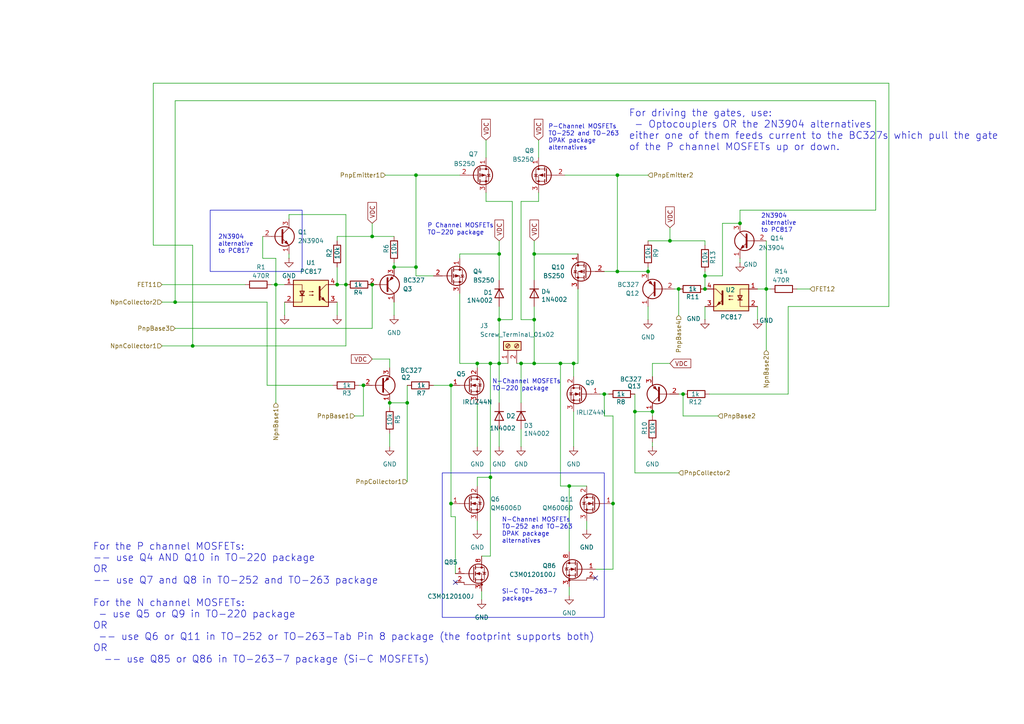
<source format=kicad_sch>
(kicad_sch (version 20250114) (generator "eeschema") (generator_version "9.0")
  (paper "A4")
  (lib_symbols
    (symbol "Connector:Screw_Terminal_01x02" (pin_names (offset 1.016) (hide yes))
      (property "Reference" "J" (at 0 2.54 0))
      (property "Value" "Screw_Terminal_01x02" (at 0 -5.08 0))
      (symbol "Screw_Terminal_01x02_1_1"
        (rectangle (start -1.27 1.27) (end 1.27 -3.81) (stroke (width 0.254)) (fill (type background)))
        (polyline (pts (xy -0.5334 0.3302) (xy 0.3302 -0.508)) (stroke (width 0.1524)))
        (polyline (pts (xy -0.5334 -2.2098) (xy 0.3302 -3.048)) (stroke (width 0.1524)))
        (polyline (pts (xy -0.3556 0.508) (xy 0.508 -0.3302)) (stroke (width 0.1524)))
        (polyline (pts (xy -0.3556 -2.032) (xy 0.508 -2.8702)) (stroke (width 0.1524)))
        (circle (center 0 0) (radius 0.635) (stroke (width 0.1524)))
        (circle (center 0 -2.54) (radius 0.635) (stroke (width 0.1524)))
        (pin passive line (at -5.08 0 0) (length 3.81) (name "Pin_1") (number "1"))
        (pin passive line (at -5.08 -2.54 0) (length 3.81) (name "Pin_2") (number "2"))
      )
    )
    (symbol "Device:R" (pin_numbers (hide yes)) (pin_names (offset 0))
      (property "Reference" "R" (at 2.032 0 90))
      (property "Value" "R" (at 0 0 90))
      (symbol "R_0_1"
        (rectangle (start -1.016 -2.54) (end 1.016 2.54) (stroke (width 0.254)))
      )
      (symbol "R_1_1"
        (pin passive line (at 0 3.81 270) (length 1.27) (name "~") (number "1"))
        (pin passive line (at 0 -3.81 90) (length 1.27) (name "~") (number "2"))
      )
    )
    (symbol "Diode:1N4002" (pin_numbers (hide yes)) (pin_names (hide yes))
      (property "Reference" "D" (at 0 2.54 0))
      (property "Value" "1N4002" (at 0 -2.54 0))
      (symbol "1N4002_0_1"
        (polyline (pts (xy -1.27 1.27) (xy -1.27 -1.27)) (stroke (width 0.254)))
        (polyline (pts (xy 1.27 1.27) (xy 1.27 -1.27) (xy -1.27 0) (xy 1.27 1.27)) (stroke (width 0.254)))
        (polyline (pts (xy 1.27 0) (xy -1.27 0)))
      )
      (symbol "1N4002_1_1"
        (pin passive line (at -3.81 0 0) (length 2.54) (name "K") (number "1"))
        (pin passive line (at 3.81 0 180) (length 2.54) (name "A") (number "2"))
      )
    )
    (symbol "Isolator:PC817" (pin_names (offset 1.016))
      (property "Reference" "U" (at -5.08 5.08 0))
      (property "Value" "PC817" (at 0 5.08 0))
      (symbol "PC817_0_1"
        (rectangle (start -5.08 3.81) (end 5.08 -3.81) (stroke (width 0.254)) (fill (type background)))
        (polyline (pts (xy -5.08 2.54) (xy -2.54 2.54) (xy -2.54 -0.635)))
        (polyline (pts (xy -3.175 -0.635) (xy -1.905 -0.635)) (stroke (width 0.254)))
        (polyline (pts (xy -2.54 -0.635) (xy -2.54 -2.54) (xy -5.08 -2.54)))
        (polyline (pts (xy -2.54 -0.635) (xy -3.175 0.635) (xy -1.905 0.635) (xy -2.54 -0.635)) (stroke (width 0.254)))
        (polyline (pts (xy -0.508 0.508) (xy 0.762 0.508) (xy 0.381 0.381) (xy 0.381 0.635) (xy 0.762 0.508)))
        (polyline (pts (xy -0.508 -0.508) (xy 0.762 -0.508) (xy 0.381 -0.635) (xy 0.381 -0.381) (xy 0.762 -0.508)))
        (polyline (pts (xy 2.54 1.905) (xy 2.54 -1.905) (xy 2.54 -1.905)) (stroke (width 0.508)))
        (polyline (pts (xy 2.54 0.635) (xy 4.445 2.54)))
        (polyline (pts (xy 3.048 -1.651) (xy 3.556 -1.143) (xy 4.064 -2.159) (xy 3.048 -1.651) (xy 3.048 -1.651)) (fill (type outline)))
        (polyline (pts (xy 4.445 2.54) (xy 5.08 2.54)))
        (polyline (pts (xy 4.445 -2.54) (xy 2.54 -0.635)) (fill (type outline)))
        (polyline (pts (xy 4.445 -2.54) (xy 5.08 -2.54)))
      )
      (symbol "PC817_1_1"
        (pin passive line (at -7.62 2.54 0) (length 2.54) (name "~") (number "1"))
        (pin passive line (at -7.62 -2.54 0) (length 2.54) (name "~") (number "2"))
        (pin passive line (at 7.62 2.54 180) (length 2.54) (name "~") (number "4"))
        (pin passive line (at 7.62 -2.54 180) (length 2.54) (name "~") (number "3"))
      )
    )
    (symbol "Transistor_BJT:2N3904" (pin_names (offset 0) (hide yes))
      (property "Reference" "Q" (at 5.08 1.905 0))
      (property "Value" "2N3904" (at 5.08 0 0))
      (symbol "2N3904_0_1"
        (polyline (pts (xy -2.54 0) (xy 0.635 0)))
        (polyline (pts (xy 0.635 1.905) (xy 0.635 -1.905)) (stroke (width 0.508)))
        (circle (center 1.27 0) (radius 2.8194) (stroke (width 0.254)))
      )
      (symbol "2N3904_1_1"
        (polyline (pts (xy 0.635 0.635) (xy 2.54 2.54)))
        (polyline (pts (xy 0.635 -0.635) (xy 2.54 -2.54)))
        (polyline (pts (xy 1.27 -1.778) (xy 1.778 -1.27) (xy 2.286 -2.286) (xy 1.27 -1.778)) (fill (type outline)))
        (pin input line (at -5.08 0 0) (length 2.54) (name "B") (number "2"))
        (pin passive line (at 2.54 5.08 270) (length 2.54) (name "C") (number "3"))
        (pin passive line (at 2.54 -5.08 90) (length 2.54) (name "E") (number "1"))
      )
    )
    (symbol "Transistor_BJT:BC327" (pin_names (offset 0) (hide yes))
      (property "Reference" "Q" (at 5.08 1.905 0))
      (property "Value" "BC327" (at 5.08 0 0))
      (symbol "BC327_0_1"
        (polyline (pts (xy -2.54 0) (xy 0.635 0)))
        (polyline (pts (xy 0.635 1.905) (xy 0.635 -1.905)) (stroke (width 0.508)))
        (polyline (pts (xy 0.635 0.635) (xy 2.54 2.54)))
        (polyline (pts (xy 0.635 -0.635) (xy 2.54 -2.54)))
        (circle (center 1.27 0) (radius 2.8194) (stroke (width 0.254)))
        (polyline (pts (xy 2.286 -1.778) (xy 1.778 -2.286) (xy 1.27 -1.27) (xy 2.286 -1.778)) (fill (type outline)))
      )
      (symbol "BC327_1_1"
        (pin input line (at -5.08 0 0) (length 2.54) (name "B") (number "2"))
        (pin passive line (at 2.54 5.08 270) (length 2.54) (name "C") (number "1"))
        (pin passive line (at 2.54 -5.08 90) (length 2.54) (name "E") (number "3"))
      )
    )
    (symbol "Transistor_FET:BS250" (pin_names (hide yes))
      (property "Reference" "Q" (at 5.08 1.905 0))
      (property "Value" "BS250" (at 5.08 0 0))
      (symbol "BS250_0_1"
        (polyline (pts (xy 0.254 1.905) (xy 0.254 -1.905)) (stroke (width 0.254)))
        (polyline (pts (xy 0.254 0) (xy -2.54 0)))
        (polyline (pts (xy 0.762 2.286) (xy 0.762 1.27)) (stroke (width 0.254)))
        (polyline (pts (xy 0.762 1.778) (xy 3.302 1.778) (xy 3.302 -1.778) (xy 0.762 -1.778)))
        (polyline (pts (xy 0.762 0.508) (xy 0.762 -0.508)) (stroke (width 0.254)))
        (polyline (pts (xy 0.762 -1.27) (xy 0.762 -2.286)) (stroke (width 0.254)))
        (circle (center 1.651 0) (radius 2.794) (stroke (width 0.254)))
        (polyline (pts (xy 2.286 0) (xy 1.27 0.381) (xy 1.27 -0.381) (xy 2.286 0)) (fill (type outline)))
        (polyline (pts (xy 2.54 2.54) (xy 2.54 1.778)))
        (circle (center 2.54 1.778) (radius 0.254) (fill (type outline)))
        (circle (center 2.54 -1.778) (radius 0.254) (fill (type outline)))
        (polyline (pts (xy 2.54 -2.54) (xy 2.54 0) (xy 0.762 0)))
        (polyline (pts (xy 2.794 -0.508) (xy 2.921 -0.381) (xy 3.683 -0.381) (xy 3.81 -0.254)))
        (polyline (pts (xy 3.302 -0.381) (xy 2.921 0.254) (xy 3.683 0.254) (xy 3.302 -0.381)))
      )
      (symbol "BS250_1_1"
        (pin input line (at -5.08 0 0) (length 2.54) (name "G") (number "2"))
        (pin passive line (at 2.54 5.08 270) (length 2.54) (name "D") (number "1"))
        (pin passive line (at 2.54 -5.08 90) (length 2.54) (name "S") (number "3"))
      )
    )
    (symbol "Transistor_FET:C3M0120100J" (pin_names (hide yes))
      (property "Reference" "Q" (at 5.08 1.905 0))
      (property "Value" "C3M0120100J" (at 5.08 0 0))
      (symbol "C3M0120100J_0_1"
        (polyline (pts (xy -2.54 -2.54) (xy -2.54 -3.175) (xy 2.54 -3.175)))
        (polyline (pts (xy 0.254 1.905) (xy 0.254 -1.905)) (stroke (width 0.254)))
        (polyline (pts (xy 0.254 0) (xy -2.54 0)))
        (polyline (pts (xy 0.762 2.286) (xy 0.762 1.27)) (stroke (width 0.254)))
        (polyline (pts (xy 0.762 0.508) (xy 0.762 -0.508)) (stroke (width 0.254)))
        (polyline (pts (xy 0.762 -1.27) (xy 0.762 -2.286)) (stroke (width 0.254)))
        (polyline (pts (xy 0.762 -1.778) (xy 3.302 -1.778) (xy 3.302 1.778) (xy 0.762 1.778)))
        (polyline (pts (xy 1.016 0) (xy 2.032 0.381) (xy 2.032 -0.381) (xy 1.016 0)) (fill (type outline)))
        (circle (center 1.651 0) (radius 2.794) (stroke (width 0.254)))
        (polyline (pts (xy 2.54 2.54) (xy 2.54 1.778)))
        (circle (center 2.54 1.778) (radius 0.254) (fill (type outline)))
        (circle (center 2.54 -1.778) (radius 0.254) (fill (type outline)))
        (polyline (pts (xy 2.54 -2.54) (xy 2.54 0) (xy 0.762 0)))
        (circle (center 2.54 -3.175) (radius 0.2794) (fill (type outline)))
        (polyline (pts (xy 2.794 0.508) (xy 2.921 0.381) (xy 3.683 0.381) (xy 3.81 0.254)))
        (polyline (pts (xy 3.302 0.381) (xy 2.921 -0.254) (xy 3.683 -0.254) (xy 3.302 0.381)))
      )
      (symbol "C3M0120100J_1_1"
        (pin input line (at -5.08 0 0) (length 2.54) (name "G") (number "1"))
        (pin passive line (at -5.08 -2.54 0) (length 2.54) (name "DS") (number "2"))
        (pin passive line (at 2.54 5.08 270) (length 2.54) (name "D") (number "8"))
        (pin passive line (at 2.54 -5.08 90) (length 2.54) (name "S") (number "3"))
        (pin passive line (at 2.54 -5.08 90) (length 2.54) (hide yes) (name "S") (number "4"))
        (pin passive line (at 2.54 -5.08 90) (length 2.54) (hide yes) (name "S") (number "5"))
        (pin passive line (at 2.54 -5.08 90) (length 2.54) (hide yes) (name "S") (number "6"))
        (pin passive line (at 2.54 -5.08 90) (length 2.54) (hide yes) (name "S") (number "7"))
      )
    )
    (symbol "Transistor_FET:IRLIZ44N" (pin_names (hide yes))
      (property "Reference" "Q" (at 5.08 1.905 0))
      (property "Value" "IRLIZ44N" (at 5.08 0 0))
      (symbol "IRLIZ44N_0_1"
        (polyline (pts (xy 0.254 1.905) (xy 0.254 -1.905)) (stroke (width 0.254)))
        (polyline (pts (xy 0.254 0) (xy -2.54 0)))
        (polyline (pts (xy 0.762 2.286) (xy 0.762 1.27)) (stroke (width 0.254)))
        (polyline (pts (xy 0.762 0.508) (xy 0.762 -0.508)) (stroke (width 0.254)))
        (polyline (pts (xy 0.762 -1.27) (xy 0.762 -2.286)) (stroke (width 0.254)))
        (polyline (pts (xy 0.762 -1.778) (xy 3.302 -1.778) (xy 3.302 1.778) (xy 0.762 1.778)))
        (polyline (pts (xy 1.016 0) (xy 2.032 0.381) (xy 2.032 -0.381) (xy 1.016 0)) (fill (type outline)))
        (circle (center 1.651 0) (radius 2.794) (stroke (width 0.254)))
        (polyline (pts (xy 2.54 2.54) (xy 2.54 1.778)))
        (circle (center 2.54 1.778) (radius 0.254) (fill (type outline)))
        (circle (center 2.54 -1.778) (radius 0.254) (fill (type outline)))
        (polyline (pts (xy 2.54 -2.54) (xy 2.54 0) (xy 0.762 0)))
        (polyline (pts (xy 2.794 0.508) (xy 2.921 0.381) (xy 3.683 0.381) (xy 3.81 0.254)))
        (polyline (pts (xy 3.302 0.381) (xy 2.921 -0.254) (xy 3.683 -0.254) (xy 3.302 0.381)))
      )
      (symbol "IRLIZ44N_1_1"
        (pin input line (at -5.08 0 0) (length 2.54) (name "G") (number "1"))
        (pin passive line (at 2.54 5.08 270) (length 2.54) (name "D") (number "2"))
        (pin passive line (at 2.54 -5.08 90) (length 2.54) (name "S") (number "3"))
      )
    )
    (symbol "Transistor_FET:QM6006D" (pin_names (hide yes))
      (property "Reference" "Q" (at 5.08 1.905 0))
      (property "Value" "QM6006D" (at 5.08 0 0))
      (symbol "QM6006D_0_1"
        (polyline (pts (xy 0.254 1.905) (xy 0.254 -1.905)) (stroke (width 0.254)))
        (polyline (pts (xy 0.254 0) (xy -2.54 0)))
        (polyline (pts (xy 0.762 2.286) (xy 0.762 1.27)) (stroke (width 0.254)))
        (polyline (pts (xy 0.762 0.508) (xy 0.762 -0.508)) (stroke (width 0.254)))
        (polyline (pts (xy 0.762 -1.27) (xy 0.762 -2.286)) (stroke (width 0.254)))
        (polyline (pts (xy 0.762 -1.778) (xy 3.302 -1.778) (xy 3.302 1.778) (xy 0.762 1.778)))
        (polyline (pts (xy 1.016 0) (xy 2.032 0.381) (xy 2.032 -0.381) (xy 1.016 0)) (fill (type outline)))
        (circle (center 1.651 0) (radius 2.794) (stroke (width 0.254)))
        (polyline (pts (xy 2.54 2.54) (xy 2.54 1.778)))
        (circle (center 2.54 1.778) (radius 0.254) (fill (type outline)))
        (circle (center 2.54 -1.778) (radius 0.254) (fill (type outline)))
        (polyline (pts (xy 2.54 -2.54) (xy 2.54 0) (xy 0.762 0)))
        (polyline (pts (xy 2.794 0.508) (xy 2.921 0.381) (xy 3.683 0.381) (xy 3.81 0.254)))
        (polyline (pts (xy 3.302 0.381) (xy 2.921 -0.254) (xy 3.683 -0.254) (xy 3.302 0.381)))
      )
      (symbol "QM6006D_1_1"
        (pin input line (at -5.08 0 0) (length 2.54) (name "G") (number "1"))
        (pin passive line (at 2.54 5.08 270) (length 2.54) (name "D") (number "2"))
        (pin passive line (at 2.54 -5.08 90) (length 2.54) (name "S") (number "3"))
      )
    )
    (symbol "power:GND" (power) (pin_numbers (hide yes)) (pin_names (offset 0) (hide yes))
      (property "Value" "GND" (at 0 -3.81 0))
      (symbol "GND_0_1"
        (polyline (pts (xy 0 0) (xy 0 -1.27) (xy 1.27 -1.27) (xy 0 -2.54) (xy -1.27 -1.27) (xy 0 -1.27)))
      )
      (symbol "GND_1_1"
        (pin power_in line (at 0 0 270) (length 0) (name "~") (number "1"))
      )
    )
  )
  (rectangle (start 60.96 60.96) (end 87.63 78.74))
  (rectangle (start 128.27 137.16) (end 175.26 179.07))
  (text "For driving the gates, use: \n - Optocouplers OR the 2N3904 alternatives\neither one of them feeds current to the BC327s which pull the gate\nof the P channel MOSFETs up or down." (at 182.372 37.846 0) (effects (font (size 2.032 2.032)) (justify left)))
  (text "P Channel MOSFETs\nTO-220 package" (at 123.952 66.548 0) (effects (font (size 1.27 1.27)) (justify left)))
  (text "2N3904 \nalternative\nto PC817" (at 63.246 70.866 0) (effects (font (size 1.27 1.27)) (justify left)))
  (text "P-Channel MOSFETs\nTO-252 and TO-263\nDPAK package \nalternatives" (at 159.004 39.878 0) (effects (font (size 1.27 1.27)) (justify left)))
  (text "2N3904 \nalternative\nto PC817" (at 220.726 64.77 0) (effects (font (size 1.27 1.27)) (justify left)))
  (text "N-Channel MOSFETs\nTO-252 and TO-263\nDPAK package \nalternatives" (at 145.542 153.924 0) (effects (font (size 1.27 1.27)) (justify left)))
  (text "N-Channel MOSFETs\nTO-220 package" (at 142.748 111.76 0) (effects (font (size 1.27 1.27)) (justify left)))
  (text "Si-C TO-263-7\npackages" (at 145.542 172.72 0) (effects (font (size 1.27 1.27)) (justify left)))
  (text "For the P channel MOSFETs:\n-- use Q4 AND Q10 in TO-220 package\nOR\n-- use Q7 and Q8 in TO-252 and TO-263 package\n\nFor the N channel MOSFETs:\n - use Q5 or Q9 in TO-220 package\nOR\n -- use Q6 or Q11 in TO-252 or TO-263-Tab Pin 8 package (the footprint supports both)\nOR\n  -- use Q85 or Q86 in TO-263-7 package (Si-C MOSFETs)\n" (at 26.924 175.006 0) (effects (font (size 2.032 2.032)) (justify left)))
  (junction (at 187.96 78.74))
  (junction (at 105.41 111.76))
  (junction (at 184.15 119.38))
  (junction (at 130.81 111.76))
  (junction (at 144.78 105.41))
  (junction (at 113.03 116.84))
  (junction (at 142.24 138.43))
  (junction (at 222.25 83.82))
  (junction (at 204.47 80.01))
  (junction (at 154.94 105.41))
  (junction (at 214.63 64.77))
  (junction (at 138.43 105.41))
  (junction (at 80.01 82.55))
  (junction (at 151.13 105.41))
  (junction (at 204.47 83.82))
  (junction (at 162.56 105.41))
  (junction (at 97.79 82.55))
  (junction (at 165.1 140.97))
  (junction (at 118.11 116.84))
  (junction (at 144.78 73.66))
  (junction (at 144.78 92.71))
  (junction (at 50.8 87.63))
  (junction (at 189.23 119.38))
  (junction (at 166.37 105.41))
  (junction (at 179.07 78.74))
  (junction (at 130.81 146.05))
  (junction (at 107.95 68.58))
  (junction (at 194.31 69.85))
  (junction (at 55.88 100.33))
  (junction (at 100.33 82.55))
  (junction (at 120.65 77.47))
  (junction (at 196.85 83.82))
  (junction (at 175.26 114.3))
  (junction (at 142.24 105.41))
  (junction (at 177.8 146.05))
  (junction (at 154.94 73.66))
  (junction (at 120.65 50.8))
  (junction (at 107.95 82.55))
  (junction (at 179.07 50.8))
  (junction (at 114.3 77.47))
  (junction (at 198.12 114.3))
  (junction (at 154.94 92.71))
  (no_connect (at 132.08 168.91))
  (no_connect (at 172.72 167.64))
  (wire (pts (xy 167.64 83.82) (xy 167.64 105.41)))
  (wire (pts (xy 113.03 104.14) (xy 113.03 106.68)))
  (wire (pts (xy 97.79 69.85) (xy 97.79 68.58)))
  (wire (pts (xy 177.8 146.05) (xy 177.8 120.65)))
  (wire (pts (xy 133.35 105.41) (xy 138.43 105.41)))
  (wire (pts (xy 214.63 60.96) (xy 214.63 64.77)))
  (wire (pts (xy 162.56 140.97) (xy 165.1 140.97)))
  (wire (pts (xy 144.78 105.41) (xy 144.78 116.84)))
  (wire (pts (xy 138.43 151.13) (xy 138.43 153.67)))
  (wire (pts (xy 144.78 92.71) (xy 144.78 105.41)))
  (wire (pts (xy 179.07 78.74) (xy 187.96 78.74)))
  (wire (pts (xy 257.81 24.13) (xy 44.45 24.13)))
  (wire (pts (xy 97.79 77.47) (xy 97.79 82.55)))
  (wire (pts (xy 46.99 82.55) (xy 71.12 82.55)))
  (wire (pts (xy 114.3 76.2) (xy 114.3 77.47)))
  (wire (pts (xy 120.65 77.47) (xy 114.3 77.47)))
  (wire (pts (xy 44.45 24.13) (xy 44.45 71.12)))
  (wire (pts (xy 254 60.96) (xy 254 29.21)))
  (wire (pts (xy 113.03 116.84) (xy 113.03 118.11)))
  (wire (pts (xy 187.96 77.47) (xy 187.96 78.74)))
  (wire (pts (xy 154.94 69.85) (xy 154.94 73.66)))
  (wire (pts (xy 166.37 109.22) (xy 166.37 105.41)))
  (wire (pts (xy 107.95 95.25) (xy 107.95 82.55)))
  (wire (pts (xy 138.43 105.41) (xy 138.43 106.68)))
  (wire (pts (xy 144.78 73.66) (xy 144.78 81.28)))
  (wire (pts (xy 175.26 120.65) (xy 175.26 114.3)))
  (wire (pts (xy 204.47 78.74) (xy 204.47 80.01)))
  (wire (pts (xy 120.65 80.01) (xy 125.73 80.01)))
  (wire (pts (xy 154.94 73.66) (xy 167.64 73.66)))
  (wire (pts (xy 219.71 88.9) (xy 219.71 92.71)))
  (wire (pts (xy 100.33 62.23) (xy 100.33 82.55)))
  (wire (pts (xy 173.99 114.3) (xy 175.26 114.3)))
  (wire (pts (xy 223.52 83.82) (xy 222.25 83.82)))
  (wire (pts (xy 151.13 105.41) (xy 151.13 116.84)))
  (wire (pts (xy 50.8 95.25) (xy 107.95 95.25)))
  (wire (pts (xy 151.13 124.46) (xy 151.13 129.54)))
  (wire (pts (xy 163.83 50.8) (xy 179.07 50.8)))
  (wire (pts (xy 100.33 100.33) (xy 100.33 82.55)))
  (wire (pts (xy 175.26 78.74) (xy 179.07 78.74)))
  (wire (pts (xy 138.43 138.43) (xy 142.24 138.43)))
  (wire (pts (xy 105.41 111.76) (xy 104.14 111.76)))
  (wire (pts (xy 114.3 87.63) (xy 114.3 91.44)))
  (wire (pts (xy 214.63 76.2) (xy 214.63 74.93)))
  (wire (pts (xy 156.21 58.42) (xy 151.13 58.42)))
  (wire (pts (xy 209.55 80.01) (xy 209.55 64.77)))
  (wire (pts (xy 228.6 88.9) (xy 228.6 114.3)))
  (wire (pts (xy 154.94 88.9) (xy 154.94 92.71)))
  (wire (pts (xy 83.82 73.66) (xy 83.82 74.93)))
  (wire (pts (xy 198.12 120.65) (xy 198.12 114.3)))
  (wire (pts (xy 166.37 105.41) (xy 162.56 105.41)))
  (wire (pts (xy 194.31 69.85) (xy 187.96 69.85)))
  (wire (pts (xy 77.47 87.63) (xy 77.47 111.76)))
  (wire (pts (xy 142.24 105.41) (xy 138.43 105.41)))
  (wire (pts (xy 154.94 92.71) (xy 154.94 105.41)))
  (wire (pts (xy 196.85 91.44) (xy 196.85 83.82)))
  (wire (pts (xy 184.15 137.16) (xy 184.15 119.38)))
  (wire (pts (xy 97.79 87.63) (xy 97.79 91.44)))
  (wire (pts (xy 105.41 120.65) (xy 105.41 111.76)))
  (wire (pts (xy 257.81 88.9) (xy 257.81 24.13)))
  (wire (pts (xy 196.85 114.3) (xy 198.12 114.3)))
  (wire (pts (xy 100.33 82.55) (xy 97.79 82.55)))
  (wire (pts (xy 132.08 149.86) (xy 130.81 149.86)))
  (wire (pts (xy 107.95 64.77) (xy 107.95 68.58)))
  (wire (pts (xy 107.95 68.58) (xy 114.3 68.58)))
  (wire (pts (xy 120.65 50.8) (xy 120.65 77.47)))
  (wire (pts (xy 120.65 50.8) (xy 133.35 50.8)))
  (wire (pts (xy 151.13 92.71) (xy 154.94 92.71)))
  (wire (pts (xy 125.73 111.76) (xy 130.81 111.76)))
  (wire (pts (xy 77.47 87.63) (xy 50.8 87.63)))
  (wire (pts (xy 204.47 80.01) (xy 204.47 83.82)))
  (wire (pts (xy 166.37 119.38) (xy 166.37 129.54)))
  (wire (pts (xy 208.28 120.65) (xy 198.12 120.65)))
  (wire (pts (xy 140.97 40.64) (xy 140.97 45.72)))
  (wire (pts (xy 204.47 69.85) (xy 194.31 69.85)))
  (wire (pts (xy 189.23 105.41) (xy 189.23 109.22)))
  (wire (pts (xy 254 29.21) (xy 50.8 29.21)))
  (wire (pts (xy 214.63 60.96) (xy 254 60.96)))
  (wire (pts (xy 151.13 105.41) (xy 154.94 105.41)))
  (wire (pts (xy 144.78 105.41) (xy 142.24 105.41)))
  (wire (pts (xy 151.13 105.41) (xy 149.86 105.41)))
  (wire (pts (xy 177.8 165.1) (xy 177.8 146.05)))
  (wire (pts (xy 204.47 80.01) (xy 209.55 80.01)))
  (wire (pts (xy 44.45 71.12) (xy 55.88 71.12)))
  (wire (pts (xy 184.15 114.3) (xy 184.15 119.38)))
  (wire (pts (xy 184.15 119.38) (xy 189.23 119.38)))
  (wire (pts (xy 148.59 92.71) (xy 144.78 92.71)))
  (wire (pts (xy 120.65 80.01) (xy 120.65 77.47)))
  (wire (pts (xy 144.78 124.46) (xy 144.78 129.54)))
  (wire (pts (xy 138.43 116.84) (xy 138.43 129.54)))
  (wire (pts (xy 156.21 58.42) (xy 156.21 55.88)))
  (wire (pts (xy 154.94 73.66) (xy 154.94 81.28)))
  (wire (pts (xy 77.47 111.76) (xy 96.52 111.76)))
  (wire (pts (xy 228.6 114.3) (xy 205.74 114.3)))
  (wire (pts (xy 55.88 71.12) (xy 55.88 100.33)))
  (wire (pts (xy 107.95 104.14) (xy 113.03 104.14)))
  (wire (pts (xy 118.11 116.84) (xy 118.11 139.7)))
  (wire (pts (xy 222.25 69.85) (xy 222.25 83.82)))
  (wire (pts (xy 80.01 74.93) (xy 80.01 82.55)))
  (wire (pts (xy 162.56 105.41) (xy 154.94 105.41)))
  (wire (pts (xy 142.24 138.43) (xy 142.24 105.41)))
  (wire (pts (xy 107.95 82.55) (xy 106.68 82.55)))
  (wire (pts (xy 165.1 170.18) (xy 165.1 172.72)))
  (wire (pts (xy 78.74 82.55) (xy 80.01 82.55)))
  (wire (pts (xy 156.21 40.64) (xy 156.21 45.72)))
  (wire (pts (xy 55.88 100.33) (xy 100.33 100.33)))
  (wire (pts (xy 231.14 83.82) (xy 234.95 83.82)))
  (wire (pts (xy 147.32 105.41) (xy 144.78 105.41)))
  (wire (pts (xy 133.35 85.09) (xy 133.35 105.41)))
  (wire (pts (xy 189.23 119.38) (xy 189.23 120.65)))
  (wire (pts (xy 162.56 105.41) (xy 162.56 140.97)))
  (wire (pts (xy 83.82 62.23) (xy 83.82 63.5)))
  (wire (pts (xy 97.79 68.58) (xy 107.95 68.58)))
  (wire (pts (xy 189.23 128.27) (xy 189.23 129.54)))
  (wire (pts (xy 111.76 50.8) (xy 120.65 50.8)))
  (wire (pts (xy 179.07 50.8) (xy 187.96 50.8)))
  (wire (pts (xy 196.85 137.16) (xy 184.15 137.16)))
  (wire (pts (xy 165.1 140.97) (xy 170.18 140.97)))
  (wire (pts (xy 102.87 120.65) (xy 105.41 120.65)))
  (wire (pts (xy 80.01 82.55) (xy 82.55 82.55)))
  (wire (pts (xy 130.81 111.76) (xy 130.81 146.05)))
  (wire (pts (xy 132.08 166.37) (xy 132.08 149.86)))
  (wire (pts (xy 144.78 69.85) (xy 144.78 73.66)))
  (wire (pts (xy 50.8 29.21) (xy 50.8 87.63)))
  (wire (pts (xy 204.47 88.9) (xy 204.47 92.71)))
  (wire (pts (xy 187.96 88.9) (xy 187.96 92.71)))
  (wire (pts (xy 170.18 151.13) (xy 170.18 153.67)))
  (wire (pts (xy 222.25 101.6) (xy 222.25 83.82)))
  (wire (pts (xy 142.24 138.43) (xy 142.24 161.29)))
  (wire (pts (xy 76.2 74.93) (xy 80.01 74.93)))
  (wire (pts (xy 175.26 114.3) (xy 176.53 114.3)))
  (wire (pts (xy 76.2 68.58) (xy 76.2 74.93)))
  (wire (pts (xy 209.55 64.77) (xy 214.63 64.77)))
  (wire (pts (xy 46.99 100.33) (xy 55.88 100.33)))
  (wire (pts (xy 172.72 165.1) (xy 177.8 165.1)))
  (wire (pts (xy 196.85 83.82) (xy 195.58 83.82)))
  (wire (pts (xy 179.07 50.8) (xy 179.07 78.74)))
  (wire (pts (xy 140.97 55.88) (xy 140.97 58.42)))
  (wire (pts (xy 144.78 88.9) (xy 144.78 92.71)))
  (wire (pts (xy 82.55 87.63) (xy 82.55 91.44)))
  (wire (pts (xy 118.11 111.76) (xy 118.11 116.84)))
  (wire (pts (xy 139.7 171.45) (xy 139.7 173.99)))
  (wire (pts (xy 204.47 71.12) (xy 204.47 69.85)))
  (wire (pts (xy 140.97 58.42) (xy 148.59 58.42)))
  (wire (pts (xy 133.35 73.66) (xy 133.35 74.93)))
  (wire (pts (xy 177.8 120.65) (xy 175.26 120.65)))
  (wire (pts (xy 113.03 116.84) (xy 118.11 116.84)))
  (wire (pts (xy 194.31 66.04) (xy 194.31 69.85)))
  (wire (pts (xy 113.03 125.73) (xy 113.03 129.54)))
  (wire (pts (xy 228.6 88.9) (xy 257.81 88.9)))
  (wire (pts (xy 167.64 105.41) (xy 166.37 105.41)))
  (wire (pts (xy 151.13 58.42) (xy 151.13 92.71)))
  (wire (pts (xy 130.81 149.86) (xy 130.81 146.05)))
  (wire (pts (xy 50.8 87.63) (xy 46.99 87.63)))
  (wire (pts (xy 148.59 58.42) (xy 148.59 92.71)))
  (wire (pts (xy 138.43 140.97) (xy 138.43 138.43)))
  (wire (pts (xy 165.1 160.02) (xy 165.1 140.97)))
  (wire (pts (xy 194.31 105.41) (xy 189.23 105.41)))
  (wire (pts (xy 139.7 161.29) (xy 142.24 161.29)))
  (wire (pts (xy 83.82 62.23) (xy 100.33 62.23)))
  (wire (pts (xy 80.01 82.55) (xy 80.01 116.84)))
  (wire (pts (xy 133.35 73.66) (xy 144.78 73.66)))
  (wire (pts (xy 219.71 83.82) (xy 222.25 83.82)))
  (global_label "VDC" (shape input) (at 194.31 105.41 0) (property "Intersheetrefs" "${INTERSHEET_REFS}" (effects (hide yes))))
  (global_label "VDC" (shape input) (at 154.94 69.85 90) (property "Intersheetrefs" "${INTERSHEET_REFS}" (effects (hide yes))))
  (global_label "VDC" (shape input) (at 156.21 40.64 90) (property "Intersheetrefs" "${INTERSHEET_REFS}" (effects (hide yes))))
  (global_label "VDC" (shape input) (at 144.78 69.85 90) (property "Intersheetrefs" "${INTERSHEET_REFS}" (effects (hide yes))))
  (global_label "VDC" (shape input) (at 194.31 66.04 90) (property "Intersheetrefs" "${INTERSHEET_REFS}" (effects (hide yes))))
  (global_label "VDC" (shape input) (at 107.95 64.77 90) (property "Intersheetrefs" "${INTERSHEET_REFS}" (effects (hide yes))))
  (global_label "VDC" (shape input) (at 140.97 40.64 90) (property "Intersheetrefs" "${INTERSHEET_REFS}" (effects (hide yes))))
  (global_label "VDC" (shape input) (at 107.95 104.14 180) (property "Intersheetrefs" "${INTERSHEET_REFS}" (effects (hide yes))))
  (hierarchical_label "FET12" (shape input) (at 234.95 83.82 0))
  (hierarchical_label "NpnBase2" (shape input) (at 222.25 101.6 270))
  (hierarchical_label "PnpEmitter1" (shape input) (at 111.76 50.8 180))
  (hierarchical_label "PnpCollector2" (shape input) (at 196.85 137.16 0))
  (hierarchical_label "FET11" (shape input) (at 46.99 82.55 180) (property "Netclass" "Default" (effects (hide yes))))
  (hierarchical_label "PnpBase3" (shape input) (at 50.8 95.25 180))
  (hierarchical_label "PnpEmitter2" (shape input) (at 187.96 50.8 0))
  (hierarchical_label "PnpBase1" (shape input) (at 102.87 120.65 180))
  (hierarchical_label "NpnCollector2" (shape input) (at 46.99 87.63 180))
  (hierarchical_label "PnpCollector1" (shape input) (at 118.11 139.7 180))
  (hierarchical_label "PnpBase2" (shape input) (at 208.28 120.65 0))
  (hierarchical_label "NpnBase1" (shape input) (at 80.01 116.84 270))
  (hierarchical_label "NpnCollector1" (shape input) (at 46.99 100.33 180))
  (hierarchical_label "PnpBase4" (shape input) (at 196.85 91.44 270))
  (symbol (lib_id "power:GND") (at 214.63 76.2 0) (unit 1)
    (property "Reference" "#PWR018" (effects (hide yes)))
    (property "Value" "GND" (at 217.678 76.708 0))
    (property "Description" "Power symbol creates a global label with name \"GND\" , ground" (effects (hide yes)))
  )
  (symbol (lib_id "Device:R") (at 100.33 111.76 90) (mirror x) (unit 1)
    (property "Reference" "R3" (at 100.584 114.046 90))
    (property "Value" "1k" (at 100.584 111.76 90))
    (property "Footprint" "Footprints:R_Axial_Clean" (effects (hide yes)))
    (property "Description" "Resistor" (effects (hide yes)))
  )
  (symbol (lib_id "Transistor_FET:QM6006D") (at 135.89 146.05 0) (unit 1)
    (property "Reference" "Q6" (at 142.24 144.7799 0) (effects (justify left)))
    (property "Value" "QM6006D" (at 142.24 147.3199 0) (effects (justify left)))
    (property "Footprint" "Footprints:TO-263-2_Extended" (effects (hide yes)))
    (property "Datasheet" "http://www.jaolen.com/images/pdf/QM6006D.pdf" (effects (hide yes)))
    (property "Description" "35A Id, 60V Vds, N-Channel Power MOSFET, 18mOhm Ron, 19.3nC Qg (typ), TO252" (effects (hide yes)))
  )
  (symbol (lib_id "power:GND") (at 151.13 129.54 0) (unit 1)
    (property "Reference" "#PWR012" (effects (hide yes)))
    (property "Value" "GND" (at 151.13 134.62 0))
    (property "Description" "Power symbol creates a global label with name \"GND\" , ground" (effects (hide yes)))
  )
  (symbol (lib_id "Device:R") (at 200.66 83.82 90) (mirror x) (unit 1)
    (property "Reference" "R11" (at 200.914 86.106 90))
    (property "Value" "1k" (at 200.914 83.82 90))
    (property "Footprint" "Footprints:R_Axial_Clean" (effects (hide yes)))
    (property "Description" "Resistor" (effects (hide yes)))
  )
  (symbol (lib_id "Transistor_BJT:BC327") (at 191.77 114.3 180) (unit 1)
    (property "Reference" "Q13" (at 185.928 112.014 0) (effects (justify left)))
    (property "Value" "BC327" (at 186.182 109.982 0) (effects (justify left)))
    (property "Footprint" "Footprints:TO-92_Expanded" (effects (hide yes)))
    (property "Datasheet" "http://www.onsemi.com/pub_link/Collateral/BC327-D.PDF" (effects (hide yes)))
    (property "Description" "0.8A Ic, 45V Vce, PNP Transistor, TO-92" (effects (hide yes)))
  )
  (symbol (lib_id "power:GND") (at 97.79 91.44 0) (unit 1)
    (property "Reference" "#PWR06" (effects (hide yes)))
    (property "Value" "GND" (effects (hide yes)))
    (property "Description" "Power symbol creates a global label with name \"GND\" , ground" (effects (hide yes)))
  )
  (symbol (lib_id "Transistor_BJT:BC327") (at 111.76 82.55 0) (mirror x) (unit 1)
    (property "Reference" "Q3" (at 116.84 83.8201 0) (effects (justify left)))
    (property "Value" "BC327" (at 116.84 81.2801 0) (effects (justify left)))
    (property "Footprint" "Footprints:TO-92_Expanded" (effects (hide yes)))
    (property "Datasheet" "http://www.onsemi.com/pub_link/Collateral/BC327-D.PDF" (effects (hide yes)))
    (property "Description" "0.8A Ic, 45V Vce, PNP Transistor, TO-92" (effects (hide yes)))
  )
  (symbol (lib_id "Transistor_BJT:2N3904") (at 217.17 69.85 0) (mirror y) (unit 1)
    (property "Reference" "Q14" (at 227.33 69.088 0) (effects (justify left)))
    (property "Value" "2N3904" (at 227.584 71.882 0) (effects (justify left)))
    (property "Footprint" "Footprints:TO-92_Expanded" (effects (hide yes)))
    (property "Datasheet" "https://www.onsemi.com/pub/Collateral/2N3903-D.PDF" (effects (hide yes)))
    (property "Description" "0.2A Ic, 40V Vce, Small Signal NPN Transistor, TO-92" (effects (hide yes)))
  )
  (symbol (lib_id "Isolator:PC817") (at 212.09 86.36 0) (mirror y) (unit 1)
    (property "Reference" "U2" (at 211.836 84.074 0))
    (property "Value" "PC817" (at 212.09 91.948 0))
    (property "Footprint" "Footprints:DIP-4_W7.62mm" (effects (hide yes)))
    (property "Datasheet" "http://www.soselectronic.cz/a_info/resource/d/pc817.pdf" (effects (hide yes)))
    (property "Description" "DC Optocoupler, Vce 35V, CTR 50-300%, DIP-4" (effects (hide yes)))
  )
  (symbol (lib_id "Transistor_BJT:BC327") (at 110.49 111.76 0) (mirror x) (unit 1)
    (property "Reference" "Q2" (at 116.332 109.474 0) (effects (justify left)))
    (property "Value" "BC327" (at 116.078 107.442 0) (effects (justify left)))
    (property "Footprint" "Footprints:TO-92_Expanded" (effects (hide yes)))
    (property "Datasheet" "http://www.onsemi.com/pub_link/Collateral/BC327-D.PDF" (effects (hide yes)))
    (property "Description" "0.8A Ic, 45V Vce, PNP Transistor, TO-92" (effects (hide yes)))
  )
  (symbol (lib_id "Device:R") (at 187.96 73.66 0) (mirror x) (unit 1)
    (property "Reference" "R9" (at 190.246 73.406 90))
    (property "Value" "10k" (at 187.96 73.406 90))
    (property "Footprint" "Footprints:R_Axial_Clean" (effects (hide yes)))
    (property "Description" "Resistor" (effects (hide yes)))
  )
  (symbol (lib_id "Connector:Screw_Terminal_01x02") (at 147.32 100.33 90) (unit 1)
    (property "Reference" "J3" (at 139.192 94.488 90) (effects (justify right)))
    (property "Value" "Screw_Terminal_01x02" (at 139.192 97.028 90) (effects (justify right)))
    (property "Footprint" "Footprints:TerminalBlock_CLEAN_2PIN" (effects (hide yes)))
    (property "Description" "Generic screw terminal, single row, 01x02, script generated (kicad-library-utils/schlib/autogen/connector/)" (effects (hide yes)))
  )
  (symbol (lib_id "power:GND") (at 113.03 129.54 0) (mirror y) (unit 1)
    (property "Reference" "#PWR07" (effects (hide yes)))
    (property "Value" "GND" (at 113.03 134.62 0))
    (property "Description" "Power symbol creates a global label with name \"GND\" , ground" (effects (hide yes)))
  )
  (symbol (lib_id "Transistor_FET:BS250") (at 138.43 50.8 0) (unit 1)
    (property "Reference" "Q7" (at 135.89 44.704 0) (effects (justify left)))
    (property "Value" "BS250" (at 131.572 47.498 0) (effects (justify left)))
    (property "Footprint" "Footprints:TO-263-2_Extended" (effects (hide yes)))
    (property "Datasheet" "http://www.vishay.com/docs/70209/70209.pdf" (effects (hide yes)))
    (property "Description" "-0.18A Id, -45V Vds, P-Channel MOSFET, TO-92" (effects (hide yes)))
  )
  (symbol (lib_id "Diode:1N4002") (at 151.13 120.65 270) (unit 1)
    (property "Reference" "D3" (at 151.892 123.444 90) (effects (justify left)))
    (property "Value" "1N4002" (at 151.892 125.73 90) (effects (justify left)))
    (property "Footprint" "Footprints:D_DO-41_SOD81_P10.16mm_Horizontal" (effects (hide yes)))
    (property "Datasheet" "http://www.vishay.com/docs/88503/1n4001.pdf" (effects (hide yes)))
    (property "Description" "100V 1A General Purpose Rectifier Diode, DO-41" (effects (hide yes)))
    (property "Sim.Device" "D" (effects (hide yes)))
    (property "Sim.Pins" "1=K 2=A" (effects (hide yes)))
  )
  (symbol (lib_id "power:GND") (at 166.37 129.54 0) (unit 1)
    (property "Reference" "#PWR013" (effects (hide yes)))
    (property "Value" "GND" (at 166.37 134.62 0))
    (property "Description" "Power symbol creates a global label with name \"GND\" , ground" (effects (hide yes)))
  )
  (symbol (lib_id "Device:R") (at 114.3 72.39 180) (unit 1)
    (property "Reference" "R6" (at 112.014 72.136 90))
    (property "Value" "10k" (at 114.3 72.136 90))
    (property "Footprint" "Footprints:R_Axial_Clean" (effects (hide yes)))
    (property "Description" "Resistor" (effects (hide yes)))
  )
  (symbol (lib_id "power:GND") (at 83.82 74.93 0) (unit 1)
    (property "Reference" "#PWR05" (effects (hide yes)))
    (property "Value" "GND" (at 83.82 80.01 0))
    (property "Description" "Power symbol creates a global label with name \"GND\" , ground" (effects (hide yes)))
  )
  (symbol (lib_id "Transistor_FET:QM6006D") (at 172.72 146.05 0) (mirror y) (unit 1)
    (property "Reference" "Q11" (at 166.37 144.7799 0) (effects (justify left)))
    (property "Value" "QM6006D" (at 166.37 147.3199 0) (effects (justify left)))
    (property "Footprint" "Footprints:TO-263-2_Extended" (effects (hide yes)))
    (property "Datasheet" "http://www.jaolen.com/images/pdf/QM6006D.pdf" (effects (hide yes)))
    (property "Description" "35A Id, 60V Vds, N-Channel Power MOSFET, 18mOhm Ron, 19.3nC Qg (typ), TO252" (effects (hide yes)))
  )
  (symbol (lib_id "Device:R") (at 227.33 83.82 270) (mirror x) (unit 1)
    (property "Reference" "R14" (at 226.568 78.74 90))
    (property "Value" "470R" (at 226.568 81.28 90))
    (property "Footprint" "Footprints:R_Axial_Clean" (effects (hide yes)))
    (property "Description" "Resistor" (effects (hide yes)))
  )
  (symbol (lib_id "power:GND") (at 204.47 92.71 0) (mirror y) (unit 1)
    (property "Reference" "#PWR017" (effects (hide yes)))
    (property "Value" "GND" (at 201.168 92.456 0))
    (property "Description" "Power symbol creates a global label with name \"GND\" , ground" (effects (hide yes)))
  )
  (symbol (lib_id "power:GND") (at 139.7 173.99 0) (unit 1)
    (property "Reference" "#PWR0102" (effects (hide yes)))
    (property "Value" "GND" (at 139.7 179.07 0))
    (property "Description" "Power symbol creates a global label with name \"GND\" , ground" (effects (hide yes)))
  )
  (symbol (lib_id "power:GND") (at 187.96 92.71 0) (mirror y) (unit 1)
    (property "Reference" "#PWR015" (effects (hide yes)))
    (property "Value" "GND" (at 187.96 97.79 0))
    (property "Description" "Power symbol creates a global label with name \"GND\" , ground" (effects (hide yes)))
  )
  (symbol (lib_id "Transistor_FET:C3M0120100J") (at 137.16 166.37 0) (unit 1)
    (property "Reference" "Q85" (at 128.778 163.068 0) (effects (justify left)))
    (property "Value" "C3M0120100J" (at 123.952 172.974 0) (effects (justify left)))
    (property "Footprint" "Footprints:TO-263-7_TabPin8" (effects (hide yes)))
    (property "Datasheet" "https://www.wolfspeed.com/media/downloads/957/C3M0120100J.pdf" (effects (hide yes)))
    (property "Description" "22A Id, 1000V Vds, 120mOhm, N-Channel SiC MOSFET, TO-263-7" (effects (hide yes)))
  )
  (symbol (lib_id "Transistor_FET:BS250") (at 170.18 78.74 0) (mirror y) (unit 1)
    (property "Reference" "Q10" (at 163.83 77.4699 0) (effects (justify left)))
    (property "Value" "BS250" (at 163.83 80.0099 0) (effects (justify left)))
    (property "Footprint" "Footprints:TO-220-3_EXTENDED" (effects (hide yes)))
    (property "Datasheet" "http://www.vishay.com/docs/70209/70209.pdf" (effects (hide yes)))
    (property "Description" "-0.18A Id, -45V Vds, P-Channel MOSFET, TO-92" (effects (hide yes)))
  )
  (symbol (lib_id "Device:R") (at 204.47 74.93 0) (mirror x) (unit 1)
    (property "Reference" "R13" (at 206.756 74.676 90))
    (property "Value" "10k" (at 204.47 74.676 90))
    (property "Footprint" "Footprints:R_Axial_Clean" (effects (hide yes)))
    (property "Description" "Resistor" (effects (hide yes)))
  )
  (symbol (lib_id "Device:R") (at 121.92 111.76 90) (mirror x) (unit 1)
    (property "Reference" "R7" (at 122.174 114.046 90))
    (property "Value" "1k" (at 122.174 111.76 90))
    (property "Footprint" "Footprints:R_Axial_Clean" (effects (hide yes)))
    (property "Description" "Resistor" (effects (hide yes)))
  )
  (symbol (lib_id "Diode:1N4002") (at 144.78 85.09 270) (unit 1)
    (property "Reference" "D1" (at 140.208 84.836 90) (effects (justify left)))
    (property "Value" "1N4002" (at 135.382 87.122 90) (effects (justify left)))
    (property "Footprint" "Footprints:D_DO-41_SOD81_P10.16mm_Horizontal" (effects (hide yes)))
    (property "Datasheet" "http://www.vishay.com/docs/88503/1n4001.pdf" (effects (hide yes)))
    (property "Description" "100V 1A General Purpose Rectifier Diode, DO-41" (effects (hide yes)))
    (property "Sim.Device" "D" (effects (hide yes)))
    (property "Sim.Pins" "1=K 2=A" (effects (hide yes)))
  )
  (symbol (lib_id "Device:R") (at 201.93 114.3 270) (unit 1)
    (property "Reference" "R12" (at 201.676 116.586 90))
    (property "Value" "1k" (at 201.676 114.3 90))
    (property "Footprint" "Footprints:R_Axial_Clean" (effects (hide yes)))
    (property "Description" "Resistor" (effects (hide yes)))
  )
  (symbol (lib_id "power:GND") (at 114.3 91.44 0) (unit 1)
    (property "Reference" "#PWR08" (effects (hide yes)))
    (property "Value" "GND" (at 114.3 96.52 0))
    (property "Description" "Power symbol creates a global label with name \"GND\" , ground" (effects (hide yes)))
  )
  (symbol (lib_id "power:GND") (at 189.23 129.54 0) (unit 1)
    (property "Reference" "#PWR016" (effects (hide yes)))
    (property "Value" "GND" (at 189.23 134.62 0))
    (property "Description" "Power symbol creates a global label with name \"GND\" , ground" (effects (hide yes)))
  )
  (symbol (lib_id "Diode:1N4002") (at 144.78 120.65 270) (unit 1)
    (property "Reference" "D2" (at 146.812 120.65 90) (effects (justify left)))
    (property "Value" "1N4002" (at 141.986 124.206 90) (effects (justify left)))
    (property "Footprint" "Footprints:D_DO-41_SOD81_P10.16mm_Horizontal" (effects (hide yes)))
    (property "Datasheet" "http://www.vishay.com/docs/88503/1n4001.pdf" (effects (hide yes)))
    (property "Description" "100V 1A General Purpose Rectifier Diode, DO-41" (effects (hide yes)))
    (property "Sim.Device" "D" (effects (hide yes)))
    (property "Sim.Pins" "1=K 2=A" (effects (hide yes)))
  )
  (symbol (lib_id "Device:R") (at 189.23 124.46 180) (unit 1)
    (property "Reference" "R10" (at 186.944 124.206 90))
    (property "Value" "10k" (at 189.23 124.206 90))
    (property "Footprint" "Footprints:R_Axial_Clean" (effects (hide yes)))
    (property "Description" "Resistor" (effects (hide yes)))
  )
  (symbol (lib_id "Diode:1N4002") (at 154.94 85.09 270) (unit 1)
    (property "Reference" "D4" (at 156.972 84.582 90) (effects (justify left)))
    (property "Value" "1N4002" (at 156.972 86.868 90) (effects (justify left)))
    (property "Footprint" "Footprints:D_DO-41_SOD81_P10.16mm_Horizontal" (effects (hide yes)))
    (property "Datasheet" "http://www.vishay.com/docs/88503/1n4001.pdf" (effects (hide yes)))
    (property "Description" "100V 1A General Purpose Rectifier Diode, DO-41" (effects (hide yes)))
    (property "Sim.Device" "D" (effects (hide yes)))
    (property "Sim.Pins" "1=K 2=A" (effects (hide yes)))
  )
  (symbol (lib_id "Device:R") (at 104.14 82.55 270) (unit 1)
    (property "Reference" "R4" (at 103.886 84.836 90))
    (property "Value" "1k" (at 103.886 82.55 90))
    (property "Footprint" "Footprints:R_Axial_Clean" (effects (hide yes)))
    (property "Description" "Resistor" (effects (hide yes)))
  )
  (symbol (lib_id "power:GND") (at 138.43 129.54 0) (unit 1)
    (property "Reference" "#PWR09" (effects (hide yes)))
    (property "Value" "GND" (at 138.43 134.62 0))
    (property "Description" "Power symbol creates a global label with name \"GND\" , ground" (effects (hide yes)))
  )
  (symbol (lib_id "Transistor_FET:BS250") (at 130.81 80.01 0) (unit 1)
    (property "Reference" "Q4" (at 137.16 78.7399 0) (effects (justify left)))
    (property "Value" "BS250" (at 137.16 81.2799 0) (effects (justify left)))
    (property "Footprint" "Footprints:TO-220-3_EXTENDED" (effects (hide yes)))
    (property "Datasheet" "http://www.vishay.com/docs/70209/70209.pdf" (effects (hide yes)))
    (property "Description" "-0.18A Id, -45V Vds, P-Channel MOSFET, TO-92" (effects (hide yes)))
  )
  (symbol (lib_id "Transistor_FET:BS250") (at 158.75 50.8 0) (mirror y) (unit 1)
    (property "Reference" "Q8" (at 154.94 43.688 0) (effects (justify left)))
    (property "Value" "BS250" (at 154.94 46.228 0) (effects (justify left)))
    (property "Footprint" "Footprints:TO-263-2_Extended" (effects (hide yes)))
    (property "Datasheet" "http://www.vishay.com/docs/70209/70209.pdf" (effects (hide yes)))
    (property "Description" "-0.18A Id, -45V Vds, P-Channel MOSFET, TO-92" (effects (hide yes)))
  )
  (symbol (lib_id "Transistor_FET:IRLIZ44N") (at 168.91 114.3 0) (mirror y) (unit 1)
    (property "Reference" "Q9" (at 172.466 110.998 0) (effects (justify left)))
    (property "Value" "IRLIZ44N" (at 175.768 119.634 0) (effects (justify left)))
    (property "Footprint" "Footprints:TO-220-3_EXTENDED" (effects (hide yes)))
    (property "Datasheet" "http://www.irf.com/product-info/datasheets/data/irliz44n.pdf" (effects (hide yes)))
    (property "Description" "30A Id, 55V Vds, 22mOhm Rds, N-Channel HEXFET Power MOSFET, TO-220AB" (effects (hide yes)))
  )
  (symbol (lib_id "Transistor_FET:C3M0120100J") (at 167.64 165.1 0) (mirror y) (unit 1)
    (property "Reference" "Q86" (at 161.29 164.0966 0) (effects (justify left)))
    (property "Value" "C3M0120100J" (at 161.29 166.6366 0) (effects (justify left)))
    (property "Footprint" "Footprints:TO-263-7_TabPin8" (effects (hide yes)))
    (property "Datasheet" "https://www.wolfspeed.com/media/downloads/957/C3M0120100J.pdf" (effects (hide yes)))
    (property "Description" "22A Id, 1000V Vds, 120mOhm, N-Channel SiC MOSFET, TO-263-7" (effects (hide yes)))
  )
  (symbol (lib_id "Device:R") (at 113.03 121.92 0) (mirror x) (unit 1)
    (property "Reference" "R5" (at 115.316 121.666 90))
    (property "Value" "10k" (at 113.03 121.666 90))
    (property "Footprint" "Footprints:R_Axial_Clean" (effects (hide yes)))
    (property "Description" "Resistor" (effects (hide yes)))
  )
  (symbol (lib_id "power:GND") (at 165.1 172.72 0) (unit 1)
    (property "Reference" "#PWR0109" (effects (hide yes)))
    (property "Value" "GND" (at 165.1 177.8 0))
    (property "Description" "Power symbol creates a global label with name \"GND\" , ground" (effects (hide yes)))
  )
  (symbol (lib_id "Transistor_BJT:BC327") (at 190.5 83.82 180) (unit 1)
    (property "Reference" "Q12" (at 185.42 85.0901 0) (effects (justify left)))
    (property "Value" "BC327" (at 185.42 82.5501 0) (effects (justify left)))
    (property "Footprint" "Footprints:TO-92_Expanded" (effects (hide yes)))
    (property "Datasheet" "http://www.onsemi.com/pub_link/Collateral/BC327-D.PDF" (effects (hide yes)))
    (property "Description" "0.8A Ic, 45V Vce, PNP Transistor, TO-92" (effects (hide yes)))
  )
  (symbol (lib_id "power:GND") (at 170.18 153.67 0) (unit 1)
    (property "Reference" "#PWR014" (effects (hide yes)))
    (property "Value" "GND" (at 170.18 158.75 0))
    (property "Description" "Power symbol creates a global label with name \"GND\" , ground" (effects (hide yes)))
  )
  (symbol (lib_id "Device:R") (at 180.34 114.3 270) (unit 1)
    (property "Reference" "R8" (at 180.086 116.586 90))
    (property "Value" "1k" (at 180.086 114.3 90))
    (property "Footprint" "Footprints:R_Axial_Clean" (effects (hide yes)))
    (property "Description" "Resistor" (effects (hide yes)))
  )
  (symbol (lib_id "power:GND") (at 138.43 153.67 0) (unit 1)
    (property "Reference" "#PWR010" (effects (hide yes)))
    (property "Value" "GND" (at 138.43 158.75 0))
    (property "Description" "Power symbol creates a global label with name \"GND\" , ground" (effects (hide yes)))
  )
  (symbol (lib_id "power:GND") (at 82.55 91.44 0) (unit 1)
    (property "Reference" "#PWR04" (effects (hide yes)))
    (property "Value" "GND" (effects (hide yes)))
    (property "Description" "Power symbol creates a global label with name \"GND\" , ground" (effects (hide yes)))
  )
  (symbol (lib_id "Device:R") (at 74.93 82.55 90) (unit 1)
    (property "Reference" "R1" (at 75.692 77.47 90))
    (property "Value" "470R" (at 75.692 80.01 90))
    (property "Footprint" "Footprints:R_Axial_Clean" (effects (hide yes)))
    (property "Description" "Resistor" (effects (hide yes)))
  )
  (symbol (lib_id "Isolator:PC817") (at 90.17 85.09 0) (unit 1)
    (property "Reference" "U1" (at 90.17 76.2 0))
    (property "Value" "PC817" (at 90.17 78.74 0))
    (property "Footprint" "Footprints:DIP-4_W7.62mm" (effects (hide yes)))
    (property "Datasheet" "http://www.soselectronic.cz/a_info/resource/d/pc817.pdf" (effects (hide yes)))
    (property "Description" "DC Optocoupler, Vce 35V, CTR 50-300%, DIP-4" (effects (hide yes)))
  )
  (symbol (lib_id "Transistor_BJT:2N3904") (at 81.28 68.58 0) (unit 1)
    (property "Reference" "Q1" (at 86.36 67.3099 0) (effects (justify left)))
    (property "Value" "2N3904" (at 86.36 69.8499 0) (effects (justify left)))
    (property "Footprint" "Footprints:TO-92_Expanded" (effects (hide yes)))
    (property "Datasheet" "https://www.onsemi.com/pub/Collateral/2N3903-D.PDF" (effects (hide yes)))
    (property "Description" "0.2A Ic, 40V Vce, Small Signal NPN Transistor, TO-92" (effects (hide yes)))
  )
  (symbol (lib_id "power:GND") (at 219.71 92.71 0) (mirror y) (unit 1)
    (property "Reference" "#PWR019" (effects (hide yes)))
    (property "Value" "GND" (at 222.25 92.964 0))
    (property "Description" "Power symbol creates a global label with name \"GND\" , ground" (effects (hide yes)))
  )
  (symbol (lib_id "power:GND") (at 144.78 129.54 0) (unit 1)
    (property "Reference" "#PWR011" (effects (hide yes)))
    (property "Value" "GND" (at 144.78 134.62 0))
    (property "Description" "Power symbol creates a global label with name \"GND\" , ground" (effects (hide yes)))
  )
  (symbol (lib_id "Transistor_FET:IRLIZ44N") (at 135.89 111.76 0) (unit 1)
    (property "Reference" "Q5" (at 132.334 108.458 0) (effects (justify left)))
    (property "Value" "IRLIZ44N" (at 134.112 116.586 0) (effects (justify left)))
    (property "Footprint" "Footprints:TO-220-3_EXTENDED" (effects (hide yes)))
    (property "Datasheet" "http://www.irf.com/product-info/datasheets/data/irliz44n.pdf" (effects (hide yes)))
    (property "Description" "30A Id, 55V Vds, 22mOhm Rds, N-Channel HEXFET Power MOSFET, TO-220AB" (effects (hide yes)))
  )
  (symbol (lib_id "Device:R") (at 97.79 73.66 180) (unit 1)
    (property "Reference" "R2" (at 95.504 73.406 90))
    (property "Value" "10k" (at 97.79 73.406 90))
    (property "Footprint" "Footprints:R_Axial_Clean" (effects (hide yes)))
    (property "Description" "Resistor" (effects (hide yes)))
  )
)
</source>
